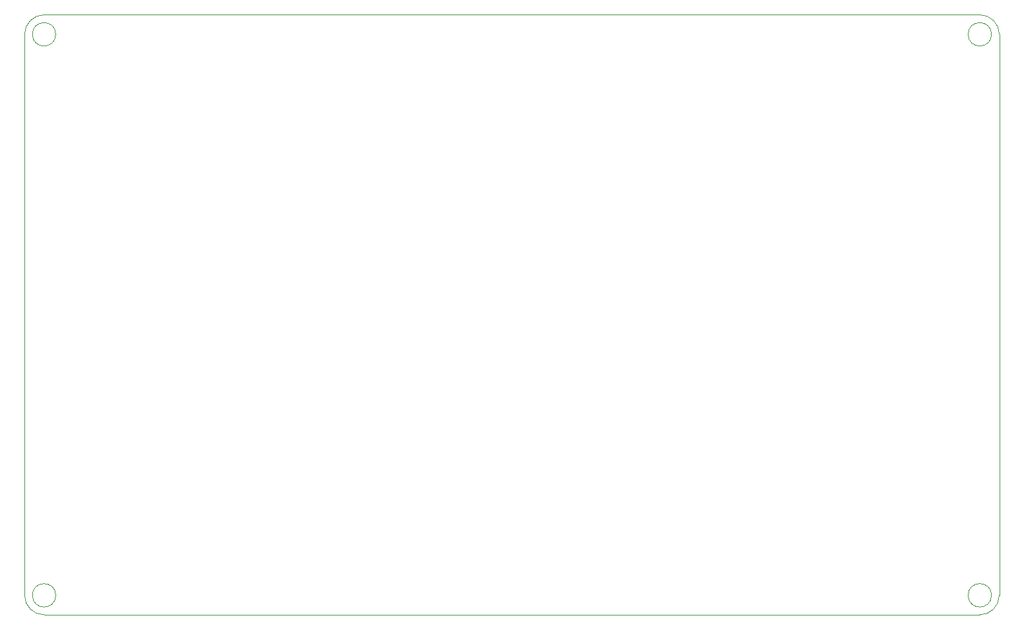
<source format=gbr>
%TF.GenerationSoftware,KiCad,Pcbnew,9.0.4*%
%TF.CreationDate,2025-08-31T04:42:25+08:00*%
%TF.ProjectId,Magdamit_EE_201L_Project,4d616764-616d-4697-945f-45455f323031,rev?*%
%TF.SameCoordinates,Original*%
%TF.FileFunction,Profile,NP*%
%FSLAX46Y46*%
G04 Gerber Fmt 4.6, Leading zero omitted, Abs format (unit mm)*
G04 Created by KiCad (PCBNEW 9.0.4) date 2025-08-31 04:42:25*
%MOMM*%
%LPD*%
G01*
G04 APERTURE LIST*
%TA.AperFunction,Profile*%
%ADD10C,0.050000*%
%TD*%
G04 APERTURE END LIST*
D10*
X154000000Y-113000000D02*
G75*
G02*
X151000000Y-113000000I-1500000J0D01*
G01*
X151000000Y-113000000D02*
G75*
G02*
X154000000Y-113000000I1500000J0D01*
G01*
X34000000Y-113000000D02*
G75*
G02*
X31000000Y-113000000I-1500000J0D01*
G01*
X31000000Y-113000000D02*
G75*
G02*
X34000000Y-113000000I1500000J0D01*
G01*
X152500000Y-38500000D02*
X32500000Y-38500000D01*
X30000000Y-41000000D02*
G75*
G02*
X32500000Y-38500000I2500000J0D01*
G01*
X155000000Y-113000000D02*
G75*
G02*
X152500000Y-115500000I-2500000J0D01*
G01*
X30000000Y-41000000D02*
X30000000Y-113000000D01*
X154000000Y-41000000D02*
G75*
G02*
X151000000Y-41000000I-1500000J0D01*
G01*
X151000000Y-41000000D02*
G75*
G02*
X154000000Y-41000000I1500000J0D01*
G01*
X32500000Y-115500000D02*
G75*
G02*
X30000000Y-113000000I0J2500000D01*
G01*
X34000000Y-41000000D02*
G75*
G02*
X31000000Y-41000000I-1500000J0D01*
G01*
X31000000Y-41000000D02*
G75*
G02*
X34000000Y-41000000I1500000J0D01*
G01*
X155000000Y-113000000D02*
X155000000Y-41000000D01*
X152500000Y-38500000D02*
G75*
G02*
X155000000Y-41000000I0J-2500000D01*
G01*
X32500000Y-115500000D02*
X152500000Y-115500000D01*
M02*

</source>
